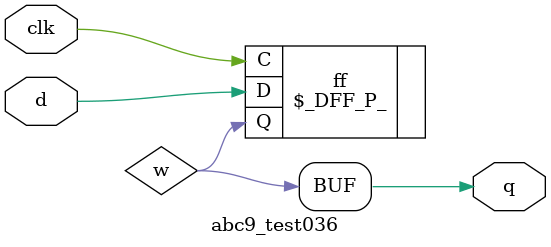
<source format=v>
module abc9_test036(input clk, d, output q);
(* keep, init=1'b0 *) wire w;
\$_DFF_P_ ff(.C(clk), .D(d), .Q(w));
assign q = w;
endmodule

</source>
